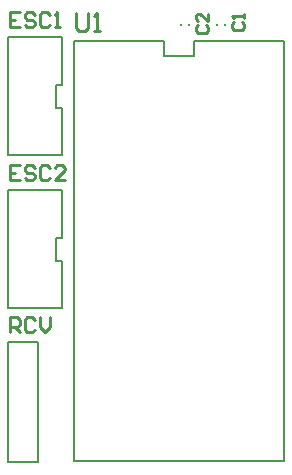
<source format=gto>
G04 Layer_Color=65535*
%FSAX24Y24*%
%MOIN*%
G70*
G01*
G75*
%ADD11C,0.0100*%
%ADD17C,0.0079*%
%ADD18C,0.0080*%
D11*
X013593Y047910D02*
X013260D01*
Y047410D01*
X013593D01*
X013260Y047660D02*
X013427D01*
X014093Y047827D02*
X014010Y047910D01*
X013843D01*
X013760Y047827D01*
Y047743D01*
X013843Y047660D01*
X014010D01*
X014093Y047577D01*
Y047493D01*
X014010Y047410D01*
X013843D01*
X013760Y047493D01*
X014593Y047827D02*
X014510Y047910D01*
X014343D01*
X014260Y047827D01*
Y047493D01*
X014343Y047410D01*
X014510D01*
X014593Y047493D01*
X014760Y047410D02*
X014926D01*
X014843D01*
Y047910D01*
X014760Y047827D01*
X013593Y042810D02*
X013260D01*
Y042310D01*
X013593D01*
X013260Y042560D02*
X013427D01*
X014093Y042727D02*
X014010Y042810D01*
X013843D01*
X013760Y042727D01*
Y042643D01*
X013843Y042560D01*
X014010D01*
X014093Y042477D01*
Y042393D01*
X014010Y042310D01*
X013843D01*
X013760Y042393D01*
X014593Y042727D02*
X014510Y042810D01*
X014343D01*
X014260Y042727D01*
Y042393D01*
X014343Y042310D01*
X014510D01*
X014593Y042393D01*
X015093Y042310D02*
X014760D01*
X015093Y042643D01*
Y042727D01*
X015009Y042810D01*
X014843D01*
X014760Y042727D01*
X013260Y037240D02*
Y037740D01*
X013510D01*
X013593Y037657D01*
Y037490D01*
X013510Y037407D01*
X013260D01*
X013427D02*
X013593Y037240D01*
X014093Y037657D02*
X014010Y037740D01*
X013843D01*
X013760Y037657D01*
Y037323D01*
X013843Y037240D01*
X014010D01*
X014093Y037323D01*
X014260Y037740D02*
Y037407D01*
X014426Y037240D01*
X014593Y037407D01*
Y037740D01*
X015465Y047895D02*
Y047395D01*
X015565Y047295D01*
X015765D01*
X015865Y047395D01*
Y047895D01*
X016065Y047295D02*
X016265D01*
X016165D01*
Y047895D01*
X016065Y047795D01*
X020717Y047567D02*
X020650Y047500D01*
Y047367D01*
X020717Y047300D01*
X020983D01*
X021050Y047367D01*
Y047500D01*
X020983Y047567D01*
X021050Y047700D02*
Y047833D01*
Y047767D01*
X020650D01*
X020717Y047700D01*
X019517Y047467D02*
X019450Y047400D01*
Y047267D01*
X019517Y047200D01*
X019783D01*
X019850Y047267D01*
Y047400D01*
X019783Y047467D01*
X019850Y047866D02*
Y047600D01*
X019583Y047866D01*
X019517D01*
X019450Y047800D01*
Y047667D01*
X019517Y047600D01*
D17*
X013200Y036900D02*
X014200D01*
Y032900D02*
Y036900D01*
X013200Y032900D02*
Y036900D01*
Y032900D02*
X014200D01*
X020162Y047480D02*
Y047520D01*
X020438Y047480D02*
Y047520D01*
X018962Y047480D02*
Y047520D01*
X019238Y047480D02*
Y047520D01*
D18*
X013200Y038051D02*
X014978D01*
X013200D02*
Y041968D01*
X014978Y040394D02*
Y041968D01*
Y038051D02*
Y039606D01*
X014782D02*
Y040394D01*
X014978D01*
X014782Y039606D02*
X014978D01*
X013200Y041968D02*
X014978D01*
X018400Y046450D02*
X019400D01*
Y046950D01*
X022400D01*
Y032950D02*
Y046950D01*
X015400Y032950D02*
X022400D01*
X015400D02*
Y046950D01*
X018400D01*
Y046450D02*
Y046950D01*
X013200Y043151D02*
X014978D01*
X013200D02*
Y047069D01*
X014978Y045494D02*
Y047069D01*
Y043151D02*
Y044706D01*
X014782D02*
Y045494D01*
X014978D01*
X014782Y044706D02*
X014978D01*
X013200Y047069D02*
X014978D01*
M02*

</source>
